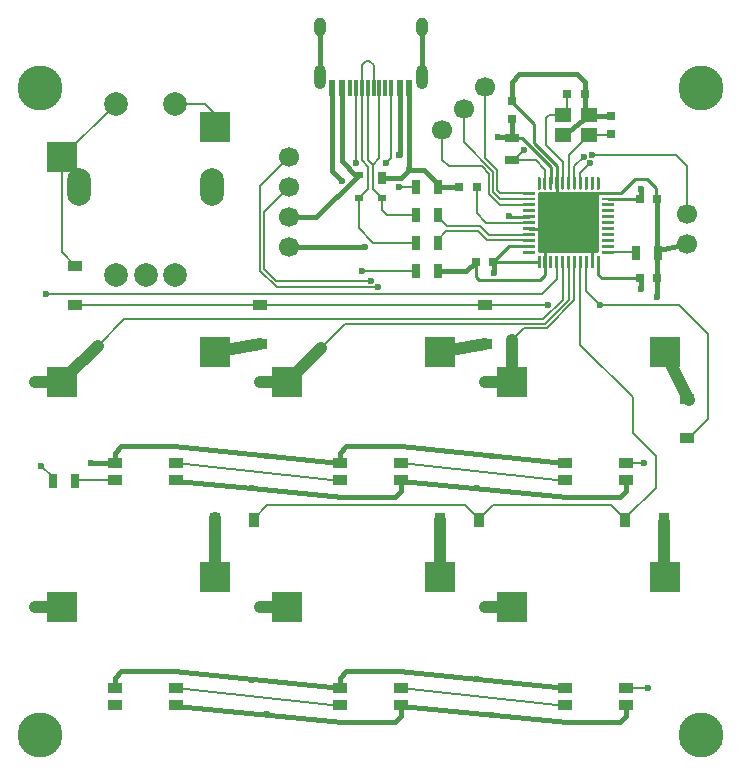
<source format=gbr>
G04 #@! TF.GenerationSoftware,KiCad,Pcbnew,(5.1.11)-1*
G04 #@! TF.CreationDate,2022-09-22T16:50:08+07:00*
G04 #@! TF.ProjectId,Satxri6key,53617478-7269-4366-9b65-792e6b696361,rev?*
G04 #@! TF.SameCoordinates,Original*
G04 #@! TF.FileFunction,Copper,L2,Bot*
G04 #@! TF.FilePolarity,Positive*
%FSLAX45Y45*%
G04 Gerber Fmt 4.5, Leading zero omitted, Abs format (unit mm)*
G04 Created by KiCad (PCBNEW (5.1.11)-1) date 2022-09-22 16:50:08*
%MOMM*%
%LPD*%
G01*
G04 APERTURE LIST*
G04 #@! TA.AperFunction,ComponentPad*
%ADD10C,1.700000*%
G04 #@! TD*
G04 #@! TA.AperFunction,ComponentPad*
%ADD11C,2.000000*%
G04 #@! TD*
G04 #@! TA.AperFunction,ComponentPad*
%ADD12O,2.000000X3.200000*%
G04 #@! TD*
G04 #@! TA.AperFunction,SMDPad,CuDef*
%ADD13R,2.550000X2.500000*%
G04 #@! TD*
G04 #@! TA.AperFunction,SMDPad,CuDef*
%ADD14R,1.200000X0.900000*%
G04 #@! TD*
G04 #@! TA.AperFunction,ComponentPad*
%ADD15C,3.800000*%
G04 #@! TD*
G04 #@! TA.AperFunction,SMDPad,CuDef*
%ADD16R,0.700000X1.300000*%
G04 #@! TD*
G04 #@! TA.AperFunction,SMDPad,CuDef*
%ADD17R,1.190000X0.900000*%
G04 #@! TD*
G04 #@! TA.AperFunction,SMDPad,CuDef*
%ADD18R,1.400000X1.200000*%
G04 #@! TD*
G04 #@! TA.AperFunction,ComponentPad*
%ADD19O,1.000000X1.600000*%
G04 #@! TD*
G04 #@! TA.AperFunction,ComponentPad*
%ADD20O,1.000000X2.100000*%
G04 #@! TD*
G04 #@! TA.AperFunction,SMDPad,CuDef*
%ADD21R,0.300000X1.450000*%
G04 #@! TD*
G04 #@! TA.AperFunction,SMDPad,CuDef*
%ADD22R,0.600000X1.450000*%
G04 #@! TD*
G04 #@! TA.AperFunction,ComponentPad*
%ADD23C,0.500000*%
G04 #@! TD*
G04 #@! TA.AperFunction,SMDPad,CuDef*
%ADD24R,0.700000X1.000000*%
G04 #@! TD*
G04 #@! TA.AperFunction,SMDPad,CuDef*
%ADD25R,0.700000X0.600000*%
G04 #@! TD*
G04 #@! TA.AperFunction,SMDPad,CuDef*
%ADD26R,1.300000X0.700000*%
G04 #@! TD*
G04 #@! TA.AperFunction,SMDPad,CuDef*
%ADD27R,0.900000X1.200000*%
G04 #@! TD*
G04 #@! TA.AperFunction,SMDPad,CuDef*
%ADD28R,0.750000X0.800000*%
G04 #@! TD*
G04 #@! TA.AperFunction,SMDPad,CuDef*
%ADD29R,0.800000X0.750000*%
G04 #@! TD*
G04 #@! TA.AperFunction,ViaPad*
%ADD30C,0.600000*%
G04 #@! TD*
G04 #@! TA.AperFunction,Conductor*
%ADD31C,0.400000*%
G04 #@! TD*
G04 #@! TA.AperFunction,Conductor*
%ADD32C,0.250000*%
G04 #@! TD*
G04 #@! TA.AperFunction,Conductor*
%ADD33C,0.200000*%
G04 #@! TD*
G04 #@! TA.AperFunction,Conductor*
%ADD34C,1.000000*%
G04 #@! TD*
G04 APERTURE END LIST*
D10*
X25981600Y-10039400D03*
X25981600Y-9785400D03*
X25981600Y-9531400D03*
X25981600Y-9277400D03*
D11*
X24515104Y-10275040D03*
X24765104Y-10275040D03*
X25015104Y-10275040D03*
D12*
X24205104Y-9525040D03*
X25325104Y-9525040D03*
D11*
X24515104Y-8825040D03*
X25015104Y-8825040D03*
D13*
X25349304Y-9017040D03*
X24056604Y-9271040D03*
D14*
X24169789Y-10523481D03*
X24169789Y-10193481D03*
D10*
X27457400Y-8864600D03*
X27277795Y-9044205D03*
X27637005Y-8684995D03*
D15*
X23872051Y-8691570D03*
X29467993Y-14168449D03*
X29467993Y-8691570D03*
X23872051Y-14168449D03*
D10*
X29349029Y-10009229D03*
X29349029Y-9755229D03*
D16*
X24167850Y-12014200D03*
X23977850Y-12014200D03*
D17*
X24505500Y-13768000D03*
X25024500Y-13918000D03*
X25024500Y-13768000D03*
X24505500Y-13918000D03*
X26410500Y-13768000D03*
X26929500Y-13918000D03*
X26929500Y-13768000D03*
X26410500Y-13918000D03*
X28315500Y-13918000D03*
X28834500Y-13768000D03*
X28834500Y-13918000D03*
X28315500Y-13768000D03*
D13*
X29159200Y-12827000D03*
X27866500Y-13081000D03*
X29159200Y-10922000D03*
X27866500Y-11176000D03*
X25961500Y-13081000D03*
X27254200Y-12827000D03*
X25961500Y-11176000D03*
X27254200Y-10922000D03*
X24056500Y-13081000D03*
X25349200Y-12827000D03*
X24056500Y-11176000D03*
X25349200Y-10922000D03*
D18*
X28519900Y-8919300D03*
X28299900Y-8919300D03*
X28299900Y-9089300D03*
X28519900Y-9089300D03*
D19*
X27102112Y-8177689D03*
X26238112Y-8177689D03*
D20*
X27102112Y-8595690D03*
X26238112Y-8595690D03*
D21*
X26645112Y-8687190D03*
X26695112Y-8687190D03*
X26745112Y-8687190D03*
X26595112Y-8687190D03*
X26795112Y-8687190D03*
X26545112Y-8687190D03*
X26845112Y-8687190D03*
X26495112Y-8687190D03*
D22*
X26425112Y-8687190D03*
X26915112Y-8687190D03*
X26347612Y-8687190D03*
X26992612Y-8687190D03*
G04 #@! TA.AperFunction,SMDPad,CuDef*
G36*
G01*
X28086400Y-10064800D02*
X28086400Y-9594800D01*
G75*
G02*
X28111400Y-9569800I25000J0D01*
G01*
X28581400Y-9569800D01*
G75*
G02*
X28606400Y-9594800I0J-25000D01*
G01*
X28606400Y-10064800D01*
G75*
G02*
X28581400Y-10089800I-25000J0D01*
G01*
X28111400Y-10089800D01*
G75*
G02*
X28086400Y-10064800I0J25000D01*
G01*
G37*
G04 #@! TD.AperFunction*
D23*
X28111400Y-10064800D03*
X28228900Y-10064800D03*
X28346400Y-10064800D03*
X28463900Y-10064800D03*
X28581400Y-10064800D03*
X28111400Y-9947300D03*
X28228900Y-9947300D03*
X28346400Y-9947300D03*
X28463900Y-9947300D03*
X28581400Y-9947300D03*
X28111400Y-9829800D03*
X28228900Y-9829800D03*
X28346400Y-9829800D03*
X28463900Y-9829800D03*
X28581400Y-9829800D03*
X28111400Y-9712300D03*
X28228900Y-9712300D03*
X28346400Y-9712300D03*
X28463900Y-9712300D03*
X28581400Y-9712300D03*
X28111400Y-9594800D03*
X28228900Y-9594800D03*
X28346400Y-9594800D03*
X28463900Y-9594800D03*
X28581400Y-9594800D03*
G04 #@! TA.AperFunction,SMDPad,CuDef*
G36*
G01*
X27958900Y-10086050D02*
X27958900Y-10073550D01*
G75*
G02*
X27965150Y-10067300I6250J0D01*
G01*
X28060150Y-10067300D01*
G75*
G02*
X28066400Y-10073550I0J-6250D01*
G01*
X28066400Y-10086050D01*
G75*
G02*
X28060150Y-10092300I-6250J0D01*
G01*
X27965150Y-10092300D01*
G75*
G02*
X27958900Y-10086050I0J6250D01*
G01*
G37*
G04 #@! TD.AperFunction*
G04 #@! TA.AperFunction,SMDPad,CuDef*
G36*
G01*
X27958900Y-10036050D02*
X27958900Y-10023550D01*
G75*
G02*
X27965150Y-10017300I6250J0D01*
G01*
X28060150Y-10017300D01*
G75*
G02*
X28066400Y-10023550I0J-6250D01*
G01*
X28066400Y-10036050D01*
G75*
G02*
X28060150Y-10042300I-6250J0D01*
G01*
X27965150Y-10042300D01*
G75*
G02*
X27958900Y-10036050I0J6250D01*
G01*
G37*
G04 #@! TD.AperFunction*
G04 #@! TA.AperFunction,SMDPad,CuDef*
G36*
G01*
X27958900Y-9986050D02*
X27958900Y-9973550D01*
G75*
G02*
X27965150Y-9967300I6250J0D01*
G01*
X28060150Y-9967300D01*
G75*
G02*
X28066400Y-9973550I0J-6250D01*
G01*
X28066400Y-9986050D01*
G75*
G02*
X28060150Y-9992300I-6250J0D01*
G01*
X27965150Y-9992300D01*
G75*
G02*
X27958900Y-9986050I0J6250D01*
G01*
G37*
G04 #@! TD.AperFunction*
G04 #@! TA.AperFunction,SMDPad,CuDef*
G36*
G01*
X27958900Y-9936050D02*
X27958900Y-9923550D01*
G75*
G02*
X27965150Y-9917300I6250J0D01*
G01*
X28060150Y-9917300D01*
G75*
G02*
X28066400Y-9923550I0J-6250D01*
G01*
X28066400Y-9936050D01*
G75*
G02*
X28060150Y-9942300I-6250J0D01*
G01*
X27965150Y-9942300D01*
G75*
G02*
X27958900Y-9936050I0J6250D01*
G01*
G37*
G04 #@! TD.AperFunction*
G04 #@! TA.AperFunction,SMDPad,CuDef*
G36*
G01*
X27958900Y-9886050D02*
X27958900Y-9873550D01*
G75*
G02*
X27965150Y-9867300I6250J0D01*
G01*
X28060150Y-9867300D01*
G75*
G02*
X28066400Y-9873550I0J-6250D01*
G01*
X28066400Y-9886050D01*
G75*
G02*
X28060150Y-9892300I-6250J0D01*
G01*
X27965150Y-9892300D01*
G75*
G02*
X27958900Y-9886050I0J6250D01*
G01*
G37*
G04 #@! TD.AperFunction*
G04 #@! TA.AperFunction,SMDPad,CuDef*
G36*
G01*
X27958900Y-9836050D02*
X27958900Y-9823550D01*
G75*
G02*
X27965150Y-9817300I6250J0D01*
G01*
X28060150Y-9817300D01*
G75*
G02*
X28066400Y-9823550I0J-6250D01*
G01*
X28066400Y-9836050D01*
G75*
G02*
X28060150Y-9842300I-6250J0D01*
G01*
X27965150Y-9842300D01*
G75*
G02*
X27958900Y-9836050I0J6250D01*
G01*
G37*
G04 #@! TD.AperFunction*
G04 #@! TA.AperFunction,SMDPad,CuDef*
G36*
G01*
X27958900Y-9786050D02*
X27958900Y-9773550D01*
G75*
G02*
X27965150Y-9767300I6250J0D01*
G01*
X28060150Y-9767300D01*
G75*
G02*
X28066400Y-9773550I0J-6250D01*
G01*
X28066400Y-9786050D01*
G75*
G02*
X28060150Y-9792300I-6250J0D01*
G01*
X27965150Y-9792300D01*
G75*
G02*
X27958900Y-9786050I0J6250D01*
G01*
G37*
G04 #@! TD.AperFunction*
G04 #@! TA.AperFunction,SMDPad,CuDef*
G36*
G01*
X27958900Y-9736050D02*
X27958900Y-9723550D01*
G75*
G02*
X27965150Y-9717300I6250J0D01*
G01*
X28060150Y-9717300D01*
G75*
G02*
X28066400Y-9723550I0J-6250D01*
G01*
X28066400Y-9736050D01*
G75*
G02*
X28060150Y-9742300I-6250J0D01*
G01*
X27965150Y-9742300D01*
G75*
G02*
X27958900Y-9736050I0J6250D01*
G01*
G37*
G04 #@! TD.AperFunction*
G04 #@! TA.AperFunction,SMDPad,CuDef*
G36*
G01*
X27958900Y-9686050D02*
X27958900Y-9673550D01*
G75*
G02*
X27965150Y-9667300I6250J0D01*
G01*
X28060150Y-9667300D01*
G75*
G02*
X28066400Y-9673550I0J-6250D01*
G01*
X28066400Y-9686050D01*
G75*
G02*
X28060150Y-9692300I-6250J0D01*
G01*
X27965150Y-9692300D01*
G75*
G02*
X27958900Y-9686050I0J6250D01*
G01*
G37*
G04 #@! TD.AperFunction*
G04 #@! TA.AperFunction,SMDPad,CuDef*
G36*
G01*
X27958900Y-9636050D02*
X27958900Y-9623550D01*
G75*
G02*
X27965150Y-9617300I6250J0D01*
G01*
X28060150Y-9617300D01*
G75*
G02*
X28066400Y-9623550I0J-6250D01*
G01*
X28066400Y-9636050D01*
G75*
G02*
X28060150Y-9642300I-6250J0D01*
G01*
X27965150Y-9642300D01*
G75*
G02*
X27958900Y-9636050I0J6250D01*
G01*
G37*
G04 #@! TD.AperFunction*
G04 #@! TA.AperFunction,SMDPad,CuDef*
G36*
G01*
X27958900Y-9586050D02*
X27958900Y-9573550D01*
G75*
G02*
X27965150Y-9567300I6250J0D01*
G01*
X28060150Y-9567300D01*
G75*
G02*
X28066400Y-9573550I0J-6250D01*
G01*
X28066400Y-9586050D01*
G75*
G02*
X28060150Y-9592300I-6250J0D01*
G01*
X27965150Y-9592300D01*
G75*
G02*
X27958900Y-9586050I0J6250D01*
G01*
G37*
G04 #@! TD.AperFunction*
G04 #@! TA.AperFunction,SMDPad,CuDef*
G36*
G01*
X28083900Y-9543550D02*
X28083900Y-9448550D01*
G75*
G02*
X28090150Y-9442300I6250J0D01*
G01*
X28102650Y-9442300D01*
G75*
G02*
X28108900Y-9448550I0J-6250D01*
G01*
X28108900Y-9543550D01*
G75*
G02*
X28102650Y-9549800I-6250J0D01*
G01*
X28090150Y-9549800D01*
G75*
G02*
X28083900Y-9543550I0J6250D01*
G01*
G37*
G04 #@! TD.AperFunction*
G04 #@! TA.AperFunction,SMDPad,CuDef*
G36*
G01*
X28133900Y-9543550D02*
X28133900Y-9448550D01*
G75*
G02*
X28140150Y-9442300I6250J0D01*
G01*
X28152650Y-9442300D01*
G75*
G02*
X28158900Y-9448550I0J-6250D01*
G01*
X28158900Y-9543550D01*
G75*
G02*
X28152650Y-9549800I-6250J0D01*
G01*
X28140150Y-9549800D01*
G75*
G02*
X28133900Y-9543550I0J6250D01*
G01*
G37*
G04 #@! TD.AperFunction*
G04 #@! TA.AperFunction,SMDPad,CuDef*
G36*
G01*
X28183900Y-9543550D02*
X28183900Y-9448550D01*
G75*
G02*
X28190150Y-9442300I6250J0D01*
G01*
X28202650Y-9442300D01*
G75*
G02*
X28208900Y-9448550I0J-6250D01*
G01*
X28208900Y-9543550D01*
G75*
G02*
X28202650Y-9549800I-6250J0D01*
G01*
X28190150Y-9549800D01*
G75*
G02*
X28183900Y-9543550I0J6250D01*
G01*
G37*
G04 #@! TD.AperFunction*
G04 #@! TA.AperFunction,SMDPad,CuDef*
G36*
G01*
X28233900Y-9543550D02*
X28233900Y-9448550D01*
G75*
G02*
X28240150Y-9442300I6250J0D01*
G01*
X28252650Y-9442300D01*
G75*
G02*
X28258900Y-9448550I0J-6250D01*
G01*
X28258900Y-9543550D01*
G75*
G02*
X28252650Y-9549800I-6250J0D01*
G01*
X28240150Y-9549800D01*
G75*
G02*
X28233900Y-9543550I0J6250D01*
G01*
G37*
G04 #@! TD.AperFunction*
G04 #@! TA.AperFunction,SMDPad,CuDef*
G36*
G01*
X28283900Y-9543550D02*
X28283900Y-9448550D01*
G75*
G02*
X28290150Y-9442300I6250J0D01*
G01*
X28302650Y-9442300D01*
G75*
G02*
X28308900Y-9448550I0J-6250D01*
G01*
X28308900Y-9543550D01*
G75*
G02*
X28302650Y-9549800I-6250J0D01*
G01*
X28290150Y-9549800D01*
G75*
G02*
X28283900Y-9543550I0J6250D01*
G01*
G37*
G04 #@! TD.AperFunction*
G04 #@! TA.AperFunction,SMDPad,CuDef*
G36*
G01*
X28333900Y-9543550D02*
X28333900Y-9448550D01*
G75*
G02*
X28340150Y-9442300I6250J0D01*
G01*
X28352650Y-9442300D01*
G75*
G02*
X28358900Y-9448550I0J-6250D01*
G01*
X28358900Y-9543550D01*
G75*
G02*
X28352650Y-9549800I-6250J0D01*
G01*
X28340150Y-9549800D01*
G75*
G02*
X28333900Y-9543550I0J6250D01*
G01*
G37*
G04 #@! TD.AperFunction*
G04 #@! TA.AperFunction,SMDPad,CuDef*
G36*
G01*
X28383900Y-9543550D02*
X28383900Y-9448550D01*
G75*
G02*
X28390150Y-9442300I6250J0D01*
G01*
X28402650Y-9442300D01*
G75*
G02*
X28408900Y-9448550I0J-6250D01*
G01*
X28408900Y-9543550D01*
G75*
G02*
X28402650Y-9549800I-6250J0D01*
G01*
X28390150Y-9549800D01*
G75*
G02*
X28383900Y-9543550I0J6250D01*
G01*
G37*
G04 #@! TD.AperFunction*
G04 #@! TA.AperFunction,SMDPad,CuDef*
G36*
G01*
X28433900Y-9543550D02*
X28433900Y-9448550D01*
G75*
G02*
X28440150Y-9442300I6250J0D01*
G01*
X28452650Y-9442300D01*
G75*
G02*
X28458900Y-9448550I0J-6250D01*
G01*
X28458900Y-9543550D01*
G75*
G02*
X28452650Y-9549800I-6250J0D01*
G01*
X28440150Y-9549800D01*
G75*
G02*
X28433900Y-9543550I0J6250D01*
G01*
G37*
G04 #@! TD.AperFunction*
G04 #@! TA.AperFunction,SMDPad,CuDef*
G36*
G01*
X28483900Y-9543550D02*
X28483900Y-9448550D01*
G75*
G02*
X28490150Y-9442300I6250J0D01*
G01*
X28502650Y-9442300D01*
G75*
G02*
X28508900Y-9448550I0J-6250D01*
G01*
X28508900Y-9543550D01*
G75*
G02*
X28502650Y-9549800I-6250J0D01*
G01*
X28490150Y-9549800D01*
G75*
G02*
X28483900Y-9543550I0J6250D01*
G01*
G37*
G04 #@! TD.AperFunction*
G04 #@! TA.AperFunction,SMDPad,CuDef*
G36*
G01*
X28533900Y-9543550D02*
X28533900Y-9448550D01*
G75*
G02*
X28540150Y-9442300I6250J0D01*
G01*
X28552650Y-9442300D01*
G75*
G02*
X28558900Y-9448550I0J-6250D01*
G01*
X28558900Y-9543550D01*
G75*
G02*
X28552650Y-9549800I-6250J0D01*
G01*
X28540150Y-9549800D01*
G75*
G02*
X28533900Y-9543550I0J6250D01*
G01*
G37*
G04 #@! TD.AperFunction*
G04 #@! TA.AperFunction,SMDPad,CuDef*
G36*
G01*
X28583900Y-9543550D02*
X28583900Y-9448550D01*
G75*
G02*
X28590150Y-9442300I6250J0D01*
G01*
X28602650Y-9442300D01*
G75*
G02*
X28608900Y-9448550I0J-6250D01*
G01*
X28608900Y-9543550D01*
G75*
G02*
X28602650Y-9549800I-6250J0D01*
G01*
X28590150Y-9549800D01*
G75*
G02*
X28583900Y-9543550I0J6250D01*
G01*
G37*
G04 #@! TD.AperFunction*
G04 #@! TA.AperFunction,SMDPad,CuDef*
G36*
G01*
X28626400Y-9586050D02*
X28626400Y-9573550D01*
G75*
G02*
X28632650Y-9567300I6250J0D01*
G01*
X28727650Y-9567300D01*
G75*
G02*
X28733900Y-9573550I0J-6250D01*
G01*
X28733900Y-9586050D01*
G75*
G02*
X28727650Y-9592300I-6250J0D01*
G01*
X28632650Y-9592300D01*
G75*
G02*
X28626400Y-9586050I0J6250D01*
G01*
G37*
G04 #@! TD.AperFunction*
G04 #@! TA.AperFunction,SMDPad,CuDef*
G36*
G01*
X28626400Y-9636050D02*
X28626400Y-9623550D01*
G75*
G02*
X28632650Y-9617300I6250J0D01*
G01*
X28727650Y-9617300D01*
G75*
G02*
X28733900Y-9623550I0J-6250D01*
G01*
X28733900Y-9636050D01*
G75*
G02*
X28727650Y-9642300I-6250J0D01*
G01*
X28632650Y-9642300D01*
G75*
G02*
X28626400Y-9636050I0J6250D01*
G01*
G37*
G04 #@! TD.AperFunction*
G04 #@! TA.AperFunction,SMDPad,CuDef*
G36*
G01*
X28626400Y-9686050D02*
X28626400Y-9673550D01*
G75*
G02*
X28632650Y-9667300I6250J0D01*
G01*
X28727650Y-9667300D01*
G75*
G02*
X28733900Y-9673550I0J-6250D01*
G01*
X28733900Y-9686050D01*
G75*
G02*
X28727650Y-9692300I-6250J0D01*
G01*
X28632650Y-9692300D01*
G75*
G02*
X28626400Y-9686050I0J6250D01*
G01*
G37*
G04 #@! TD.AperFunction*
G04 #@! TA.AperFunction,SMDPad,CuDef*
G36*
G01*
X28626400Y-9736050D02*
X28626400Y-9723550D01*
G75*
G02*
X28632650Y-9717300I6250J0D01*
G01*
X28727650Y-9717300D01*
G75*
G02*
X28733900Y-9723550I0J-6250D01*
G01*
X28733900Y-9736050D01*
G75*
G02*
X28727650Y-9742300I-6250J0D01*
G01*
X28632650Y-9742300D01*
G75*
G02*
X28626400Y-9736050I0J6250D01*
G01*
G37*
G04 #@! TD.AperFunction*
G04 #@! TA.AperFunction,SMDPad,CuDef*
G36*
G01*
X28626400Y-9786050D02*
X28626400Y-9773550D01*
G75*
G02*
X28632650Y-9767300I6250J0D01*
G01*
X28727650Y-9767300D01*
G75*
G02*
X28733900Y-9773550I0J-6250D01*
G01*
X28733900Y-9786050D01*
G75*
G02*
X28727650Y-9792300I-6250J0D01*
G01*
X28632650Y-9792300D01*
G75*
G02*
X28626400Y-9786050I0J6250D01*
G01*
G37*
G04 #@! TD.AperFunction*
G04 #@! TA.AperFunction,SMDPad,CuDef*
G36*
G01*
X28626400Y-9836050D02*
X28626400Y-9823550D01*
G75*
G02*
X28632650Y-9817300I6250J0D01*
G01*
X28727650Y-9817300D01*
G75*
G02*
X28733900Y-9823550I0J-6250D01*
G01*
X28733900Y-9836050D01*
G75*
G02*
X28727650Y-9842300I-6250J0D01*
G01*
X28632650Y-9842300D01*
G75*
G02*
X28626400Y-9836050I0J6250D01*
G01*
G37*
G04 #@! TD.AperFunction*
G04 #@! TA.AperFunction,SMDPad,CuDef*
G36*
G01*
X28626400Y-9886050D02*
X28626400Y-9873550D01*
G75*
G02*
X28632650Y-9867300I6250J0D01*
G01*
X28727650Y-9867300D01*
G75*
G02*
X28733900Y-9873550I0J-6250D01*
G01*
X28733900Y-9886050D01*
G75*
G02*
X28727650Y-9892300I-6250J0D01*
G01*
X28632650Y-9892300D01*
G75*
G02*
X28626400Y-9886050I0J6250D01*
G01*
G37*
G04 #@! TD.AperFunction*
G04 #@! TA.AperFunction,SMDPad,CuDef*
G36*
G01*
X28626400Y-9936050D02*
X28626400Y-9923550D01*
G75*
G02*
X28632650Y-9917300I6250J0D01*
G01*
X28727650Y-9917300D01*
G75*
G02*
X28733900Y-9923550I0J-6250D01*
G01*
X28733900Y-9936050D01*
G75*
G02*
X28727650Y-9942300I-6250J0D01*
G01*
X28632650Y-9942300D01*
G75*
G02*
X28626400Y-9936050I0J6250D01*
G01*
G37*
G04 #@! TD.AperFunction*
G04 #@! TA.AperFunction,SMDPad,CuDef*
G36*
G01*
X28626400Y-9986050D02*
X28626400Y-9973550D01*
G75*
G02*
X28632650Y-9967300I6250J0D01*
G01*
X28727650Y-9967300D01*
G75*
G02*
X28733900Y-9973550I0J-6250D01*
G01*
X28733900Y-9986050D01*
G75*
G02*
X28727650Y-9992300I-6250J0D01*
G01*
X28632650Y-9992300D01*
G75*
G02*
X28626400Y-9986050I0J6250D01*
G01*
G37*
G04 #@! TD.AperFunction*
G04 #@! TA.AperFunction,SMDPad,CuDef*
G36*
G01*
X28626400Y-10036050D02*
X28626400Y-10023550D01*
G75*
G02*
X28632650Y-10017300I6250J0D01*
G01*
X28727650Y-10017300D01*
G75*
G02*
X28733900Y-10023550I0J-6250D01*
G01*
X28733900Y-10036050D01*
G75*
G02*
X28727650Y-10042300I-6250J0D01*
G01*
X28632650Y-10042300D01*
G75*
G02*
X28626400Y-10036050I0J6250D01*
G01*
G37*
G04 #@! TD.AperFunction*
G04 #@! TA.AperFunction,SMDPad,CuDef*
G36*
G01*
X28626400Y-10086050D02*
X28626400Y-10073550D01*
G75*
G02*
X28632650Y-10067300I6250J0D01*
G01*
X28727650Y-10067300D01*
G75*
G02*
X28733900Y-10073550I0J-6250D01*
G01*
X28733900Y-10086050D01*
G75*
G02*
X28727650Y-10092300I-6250J0D01*
G01*
X28632650Y-10092300D01*
G75*
G02*
X28626400Y-10086050I0J6250D01*
G01*
G37*
G04 #@! TD.AperFunction*
G04 #@! TA.AperFunction,SMDPad,CuDef*
G36*
G01*
X28583900Y-10211050D02*
X28583900Y-10116050D01*
G75*
G02*
X28590150Y-10109800I6250J0D01*
G01*
X28602650Y-10109800D01*
G75*
G02*
X28608900Y-10116050I0J-6250D01*
G01*
X28608900Y-10211050D01*
G75*
G02*
X28602650Y-10217300I-6250J0D01*
G01*
X28590150Y-10217300D01*
G75*
G02*
X28583900Y-10211050I0J6250D01*
G01*
G37*
G04 #@! TD.AperFunction*
G04 #@! TA.AperFunction,SMDPad,CuDef*
G36*
G01*
X28533900Y-10211050D02*
X28533900Y-10116050D01*
G75*
G02*
X28540150Y-10109800I6250J0D01*
G01*
X28552650Y-10109800D01*
G75*
G02*
X28558900Y-10116050I0J-6250D01*
G01*
X28558900Y-10211050D01*
G75*
G02*
X28552650Y-10217300I-6250J0D01*
G01*
X28540150Y-10217300D01*
G75*
G02*
X28533900Y-10211050I0J6250D01*
G01*
G37*
G04 #@! TD.AperFunction*
G04 #@! TA.AperFunction,SMDPad,CuDef*
G36*
G01*
X28483900Y-10211050D02*
X28483900Y-10116050D01*
G75*
G02*
X28490150Y-10109800I6250J0D01*
G01*
X28502650Y-10109800D01*
G75*
G02*
X28508900Y-10116050I0J-6250D01*
G01*
X28508900Y-10211050D01*
G75*
G02*
X28502650Y-10217300I-6250J0D01*
G01*
X28490150Y-10217300D01*
G75*
G02*
X28483900Y-10211050I0J6250D01*
G01*
G37*
G04 #@! TD.AperFunction*
G04 #@! TA.AperFunction,SMDPad,CuDef*
G36*
G01*
X28433900Y-10211050D02*
X28433900Y-10116050D01*
G75*
G02*
X28440150Y-10109800I6250J0D01*
G01*
X28452650Y-10109800D01*
G75*
G02*
X28458900Y-10116050I0J-6250D01*
G01*
X28458900Y-10211050D01*
G75*
G02*
X28452650Y-10217300I-6250J0D01*
G01*
X28440150Y-10217300D01*
G75*
G02*
X28433900Y-10211050I0J6250D01*
G01*
G37*
G04 #@! TD.AperFunction*
G04 #@! TA.AperFunction,SMDPad,CuDef*
G36*
G01*
X28383900Y-10211050D02*
X28383900Y-10116050D01*
G75*
G02*
X28390150Y-10109800I6250J0D01*
G01*
X28402650Y-10109800D01*
G75*
G02*
X28408900Y-10116050I0J-6250D01*
G01*
X28408900Y-10211050D01*
G75*
G02*
X28402650Y-10217300I-6250J0D01*
G01*
X28390150Y-10217300D01*
G75*
G02*
X28383900Y-10211050I0J6250D01*
G01*
G37*
G04 #@! TD.AperFunction*
G04 #@! TA.AperFunction,SMDPad,CuDef*
G36*
G01*
X28333900Y-10211050D02*
X28333900Y-10116050D01*
G75*
G02*
X28340150Y-10109800I6250J0D01*
G01*
X28352650Y-10109800D01*
G75*
G02*
X28358900Y-10116050I0J-6250D01*
G01*
X28358900Y-10211050D01*
G75*
G02*
X28352650Y-10217300I-6250J0D01*
G01*
X28340150Y-10217300D01*
G75*
G02*
X28333900Y-10211050I0J6250D01*
G01*
G37*
G04 #@! TD.AperFunction*
G04 #@! TA.AperFunction,SMDPad,CuDef*
G36*
G01*
X28283900Y-10211050D02*
X28283900Y-10116050D01*
G75*
G02*
X28290150Y-10109800I6250J0D01*
G01*
X28302650Y-10109800D01*
G75*
G02*
X28308900Y-10116050I0J-6250D01*
G01*
X28308900Y-10211050D01*
G75*
G02*
X28302650Y-10217300I-6250J0D01*
G01*
X28290150Y-10217300D01*
G75*
G02*
X28283900Y-10211050I0J6250D01*
G01*
G37*
G04 #@! TD.AperFunction*
G04 #@! TA.AperFunction,SMDPad,CuDef*
G36*
G01*
X28233900Y-10211050D02*
X28233900Y-10116050D01*
G75*
G02*
X28240150Y-10109800I6250J0D01*
G01*
X28252650Y-10109800D01*
G75*
G02*
X28258900Y-10116050I0J-6250D01*
G01*
X28258900Y-10211050D01*
G75*
G02*
X28252650Y-10217300I-6250J0D01*
G01*
X28240150Y-10217300D01*
G75*
G02*
X28233900Y-10211050I0J6250D01*
G01*
G37*
G04 #@! TD.AperFunction*
G04 #@! TA.AperFunction,SMDPad,CuDef*
G36*
G01*
X28183900Y-10211050D02*
X28183900Y-10116050D01*
G75*
G02*
X28190150Y-10109800I6250J0D01*
G01*
X28202650Y-10109800D01*
G75*
G02*
X28208900Y-10116050I0J-6250D01*
G01*
X28208900Y-10211050D01*
G75*
G02*
X28202650Y-10217300I-6250J0D01*
G01*
X28190150Y-10217300D01*
G75*
G02*
X28183900Y-10211050I0J6250D01*
G01*
G37*
G04 #@! TD.AperFunction*
G04 #@! TA.AperFunction,SMDPad,CuDef*
G36*
G01*
X28133900Y-10211050D02*
X28133900Y-10116050D01*
G75*
G02*
X28140150Y-10109800I6250J0D01*
G01*
X28152650Y-10109800D01*
G75*
G02*
X28158900Y-10116050I0J-6250D01*
G01*
X28158900Y-10211050D01*
G75*
G02*
X28152650Y-10217300I-6250J0D01*
G01*
X28140150Y-10217300D01*
G75*
G02*
X28133900Y-10211050I0J6250D01*
G01*
G37*
G04 #@! TD.AperFunction*
G04 #@! TA.AperFunction,SMDPad,CuDef*
G36*
G01*
X28083900Y-10211050D02*
X28083900Y-10116050D01*
G75*
G02*
X28090150Y-10109800I6250J0D01*
G01*
X28102650Y-10109800D01*
G75*
G02*
X28108900Y-10116050I0J-6250D01*
G01*
X28108900Y-10211050D01*
G75*
G02*
X28102650Y-10217300I-6250J0D01*
G01*
X28090150Y-10217300D01*
G75*
G02*
X28083900Y-10211050I0J6250D01*
G01*
G37*
G04 #@! TD.AperFunction*
D24*
X26770000Y-9450000D03*
D25*
X26570000Y-9430000D03*
X26770000Y-9620000D03*
X26570000Y-9620000D03*
D17*
X28315500Y-11863000D03*
X28834500Y-12013000D03*
X28834500Y-11863000D03*
X28315500Y-12013000D03*
X26410500Y-11863000D03*
X26929500Y-12013000D03*
X26929500Y-11863000D03*
X26410500Y-12013000D03*
X24505500Y-11863000D03*
X25024500Y-12013000D03*
X25024500Y-11863000D03*
X24505500Y-12013000D03*
D16*
X29105000Y-10083800D03*
X28915000Y-10083800D03*
D26*
X27863800Y-9112500D03*
X27863800Y-9302500D03*
D16*
X27051250Y-10001250D03*
X27241250Y-10001250D03*
X27241250Y-9763125D03*
X27051250Y-9763125D03*
X27241250Y-9525000D03*
X27051250Y-9525000D03*
X27241250Y-10239375D03*
X27051250Y-10239375D03*
D27*
X28826840Y-12349480D03*
X29156840Y-12349480D03*
D14*
X29349029Y-11654579D03*
X29349029Y-11324579D03*
D27*
X27586840Y-12349480D03*
X27256840Y-12349480D03*
D14*
X27635200Y-10528400D03*
X27635200Y-10858400D03*
D27*
X25681840Y-12349480D03*
X25351840Y-12349480D03*
D14*
X25730200Y-10528400D03*
X25730200Y-10858400D03*
D28*
X27863800Y-8952300D03*
X27863800Y-8802300D03*
D29*
X27420500Y-9525000D03*
X27570500Y-9525000D03*
X28947700Y-10299700D03*
X29097700Y-10299700D03*
X28947700Y-9626600D03*
X29097700Y-9626600D03*
X28334900Y-8737600D03*
X28484900Y-8737600D03*
D28*
X28702000Y-8929300D03*
X28702000Y-9079300D03*
D29*
X27710200Y-10160000D03*
X27560200Y-10160000D03*
D30*
X25664960Y-13698690D03*
X25667269Y-12077131D03*
X27569960Y-13692340D03*
X27569960Y-12079440D03*
X26914520Y-9255080D03*
X27752040Y-9108440D03*
X28956000Y-10393680D03*
X28956000Y-9545320D03*
X27716480Y-10256520D03*
X27843480Y-9774560D03*
X27700440Y-13996200D03*
X27700440Y-11801640D03*
X25795440Y-11804180D03*
X25795440Y-13991120D03*
X26992500Y-9385380D03*
X26620745Y-10039625D03*
X26428288Y-9476328D03*
X29095700Y-10458920D03*
X24305083Y-11863000D03*
X26545000Y-9323800D03*
X26600785Y-10239375D03*
X26802080Y-9326880D03*
X26913840Y-9525000D03*
X27971750Y-9215760D03*
X28547231Y-9253086D03*
X28982600Y-11863000D03*
X29020700Y-13768000D03*
X28168600Y-10528300D03*
X28613100Y-10528300D03*
X23825200Y-11176000D03*
X23825200Y-13081000D03*
X25730200Y-11176000D03*
X25730200Y-13081000D03*
X27635200Y-11176000D03*
X27635200Y-13081000D03*
X26670000Y-10323200D03*
X28473400Y-9271000D03*
X26731103Y-10378440D03*
X28529635Y-9326240D03*
X23880440Y-11887200D03*
X23926170Y-10433680D03*
D31*
X26425541Y-12150741D02*
X25667269Y-12077131D01*
X26929500Y-12013000D02*
X26929500Y-12098945D01*
X26877704Y-12150741D02*
X26425541Y-12150741D01*
X26929500Y-12098945D02*
X26877704Y-12150741D01*
X25009459Y-13630259D02*
X26416000Y-13766800D01*
X24557296Y-13630259D02*
X25009459Y-13630259D01*
X24505500Y-13768000D02*
X24505500Y-13682055D01*
X24505500Y-13682055D02*
X24557296Y-13630259D01*
X26914459Y-13630259D02*
X28321000Y-13766800D01*
X26462296Y-13630259D02*
X26914459Y-13630259D01*
X26410500Y-13768000D02*
X26410500Y-13682055D01*
X26410500Y-13682055D02*
X26462296Y-13630259D01*
X25667269Y-12077131D02*
X25019000Y-12014200D01*
X28336891Y-12150741D02*
X26930350Y-12014200D01*
X28782704Y-12150741D02*
X28336891Y-12150741D01*
X28834500Y-12013000D02*
X28834500Y-12098945D01*
X28834500Y-12098945D02*
X28782704Y-12150741D01*
X27863800Y-8952300D02*
X27863800Y-9112500D01*
D32*
X27953800Y-9112500D02*
X27863800Y-9112500D01*
X28196400Y-9355100D02*
X27953800Y-9112500D01*
X28196400Y-9496050D02*
X28196400Y-9355100D01*
X28596400Y-10163550D02*
X28596400Y-10270300D01*
X28625800Y-10299700D02*
X28947700Y-10299700D01*
X28596400Y-10270300D02*
X28625800Y-10299700D01*
X27841600Y-10029800D02*
X27717750Y-10153650D01*
X28012650Y-10029800D02*
X27841600Y-10029800D01*
X28096400Y-10163550D02*
X27726900Y-10163550D01*
X28680150Y-9629800D02*
X28952850Y-9629800D01*
D31*
X26211255Y-9785625D02*
X26563320Y-9433560D01*
X25982625Y-9785625D02*
X26211255Y-9785625D01*
X27752040Y-9108440D02*
X27858720Y-9108440D01*
X28956000Y-10393680D02*
X28956000Y-10308000D01*
X28956000Y-9545320D02*
X28956000Y-9618300D01*
X27716480Y-10256520D02*
X27716480Y-10166280D01*
D32*
X28012650Y-9779800D02*
X27848720Y-9779800D01*
D31*
X26425000Y-9310480D02*
X26548080Y-9433560D01*
X26425112Y-9310368D02*
X26425000Y-9310480D01*
X26425112Y-8687190D02*
X26425112Y-9310368D01*
X26915112Y-9254488D02*
X26914520Y-9255080D01*
X26915112Y-8687190D02*
X26915112Y-9254488D01*
X25004379Y-11725259D02*
X26405840Y-11866880D01*
X24557296Y-11725259D02*
X25004379Y-11725259D01*
X24505500Y-11863000D02*
X24505500Y-11777055D01*
X24505500Y-11777055D02*
X24557296Y-11725259D01*
X26924619Y-11725259D02*
X28310840Y-11866880D01*
X26462296Y-11725259D02*
X26924619Y-11725259D01*
X26410500Y-11863000D02*
X26410500Y-11777055D01*
X26410500Y-11777055D02*
X26462296Y-11725259D01*
X28330541Y-14055741D02*
X26929080Y-13924280D01*
X28782704Y-14055741D02*
X28330541Y-14055741D01*
X28834500Y-13918000D02*
X28834500Y-14003945D01*
X28834500Y-14003945D02*
X28782704Y-14055741D01*
X26877704Y-14055741D02*
X26425541Y-14055741D01*
X26425541Y-14055741D02*
X25021540Y-13919200D01*
X26929500Y-13918000D02*
X26929500Y-14003945D01*
X26929500Y-14003945D02*
X26877704Y-14055741D01*
X29097700Y-9626600D02*
X29097700Y-10299700D01*
D32*
X28054300Y-8991600D02*
X27870150Y-8807450D01*
X28054300Y-9156091D02*
X28054300Y-8991600D01*
X28246400Y-9496050D02*
X28246400Y-9348191D01*
X28246400Y-9348191D02*
X28054300Y-9156091D01*
X28246400Y-9729800D02*
X28346400Y-9829800D01*
X28246400Y-9496050D02*
X28246400Y-9729800D01*
X28596400Y-9579800D02*
X28346400Y-9829800D01*
X28680150Y-9579800D02*
X28596400Y-9579800D01*
X28546400Y-10029800D02*
X28346400Y-9829800D01*
X28546400Y-10163550D02*
X28546400Y-10029800D01*
X28146400Y-10029800D02*
X28346400Y-9829800D01*
X28146400Y-10163550D02*
X28146400Y-10029800D01*
X28296400Y-9879800D02*
X28346400Y-9829800D01*
X28012650Y-9879800D02*
X28296400Y-9879800D01*
D31*
X28484900Y-8737600D02*
X28484900Y-8884300D01*
X28702000Y-8929300D02*
X28529900Y-8929300D01*
X28519900Y-8919300D02*
X28301950Y-9093200D01*
D32*
X27560200Y-10288200D02*
X27560200Y-10160000D01*
X28105100Y-10318750D02*
X27590750Y-10318750D01*
X28146400Y-10163550D02*
X28146400Y-10277450D01*
X27590750Y-10318750D02*
X27560200Y-10288200D01*
X28146400Y-10277450D02*
X28105100Y-10318750D01*
D31*
X26927880Y-9450000D02*
X26770000Y-9450000D01*
X26992500Y-9385380D02*
X26927880Y-9450000D01*
X26992500Y-9385380D02*
X26992500Y-9385380D01*
X25982625Y-10039625D02*
X26620745Y-10039625D01*
X26620745Y-10039625D02*
X26620745Y-10039625D01*
X26347500Y-9395540D02*
X26428288Y-9476328D01*
X27124740Y-9385380D02*
X27233880Y-9494520D01*
X26992500Y-9385380D02*
X27124740Y-9385380D01*
X27480825Y-10239375D02*
X27560200Y-10160000D01*
X27241250Y-10239375D02*
X27480825Y-10239375D01*
D32*
X29011880Y-9464040D02*
X29083000Y-9535160D01*
X28905200Y-9464040D02*
X29011880Y-9464040D01*
X28680150Y-9579800D02*
X28789440Y-9579800D01*
X29083000Y-9535160D02*
X29083000Y-9607550D01*
X28789440Y-9579800D02*
X28905200Y-9464040D01*
D31*
X29095700Y-10458920D02*
X29095700Y-10301700D01*
X27241250Y-9525000D02*
X27420500Y-9525000D01*
X26992612Y-9385268D02*
X26992500Y-9385380D01*
X26992612Y-8687190D02*
X26992612Y-9385268D01*
X26347612Y-9395428D02*
X26347612Y-8687190D01*
X26347500Y-9395540D02*
X26347612Y-9395428D01*
X26238112Y-8450690D02*
X26238112Y-8177689D01*
X26238112Y-8595690D02*
X26238112Y-8450690D01*
X27102112Y-8595690D02*
X27102112Y-8177689D01*
X29349029Y-10009229D02*
X29110903Y-10060824D01*
X27863800Y-8802300D02*
X27863800Y-8636000D01*
X28484900Y-8638279D02*
X28484900Y-8737600D01*
X28419157Y-8572536D02*
X28484900Y-8638279D01*
X27927264Y-8572536D02*
X28419157Y-8572536D01*
X27863800Y-8636000D02*
X27927264Y-8572536D01*
X24505500Y-11863000D02*
X24305083Y-11863000D01*
D33*
X28519900Y-9089300D02*
X28698100Y-9089300D01*
X28346400Y-9496050D02*
X28346400Y-9260840D01*
X28346400Y-9260840D02*
X28517940Y-9089300D01*
X28177400Y-8919300D02*
X28299900Y-8919300D01*
X28155900Y-8940800D02*
X28177400Y-8919300D01*
X28155900Y-9175750D02*
X28155900Y-8940800D01*
X28296400Y-9496050D02*
X28296400Y-9316250D01*
X28296400Y-9316250D02*
X28155900Y-9175750D01*
X28334900Y-8737600D02*
X28334900Y-8884300D01*
X27570500Y-9752400D02*
X27570500Y-9525000D01*
X28012650Y-9829800D02*
X27647900Y-9829800D01*
X27647900Y-9829800D02*
X27570500Y-9752400D01*
D34*
X25349200Y-10922000D02*
X25730200Y-10858500D01*
X25349200Y-12827000D02*
X25349200Y-12334240D01*
X27254200Y-10922000D02*
X27635200Y-10858500D01*
X27256840Y-12349480D02*
X27256840Y-12824360D01*
X29362400Y-11328400D02*
X29170435Y-10953796D01*
D33*
X29159200Y-12827000D02*
X29159200Y-12682000D01*
X29159200Y-12682000D02*
X29156840Y-12679640D01*
D34*
X29156840Y-12801600D02*
X29156840Y-12364401D01*
D33*
X26545000Y-9323800D02*
X26545000Y-9323800D01*
X27051250Y-10239375D02*
X26600785Y-10239375D01*
X26600785Y-10239375D02*
X26600785Y-10239375D01*
X26545112Y-9323688D02*
X26545000Y-9323800D01*
X26545112Y-8687190D02*
X26545112Y-9323688D01*
X26845000Y-9283960D02*
X26802080Y-9326880D01*
X27051250Y-9525000D02*
X26913840Y-9525000D01*
X26913840Y-9525000D02*
X26913840Y-9525000D01*
X26845112Y-9283848D02*
X26845000Y-9283960D01*
X26845112Y-8687190D02*
X26845112Y-9283848D01*
X28012650Y-9929800D02*
X28010150Y-9932300D01*
X27670460Y-9932300D02*
X27597847Y-9859688D01*
X28010150Y-9932300D02*
X27670460Y-9932300D01*
X27597847Y-9859688D02*
X27314567Y-9859688D01*
X27314567Y-9859688D02*
X27241250Y-9786370D01*
X27051250Y-9763125D02*
X26806525Y-9763125D01*
X26770000Y-9726600D02*
X26770000Y-9620000D01*
X26806525Y-9763125D02*
X26770000Y-9726600D01*
X26687461Y-9340223D02*
X26687461Y-9542461D01*
X26687461Y-9542461D02*
X26758900Y-9613900D01*
X26645000Y-9297762D02*
X26687461Y-9340223D01*
X26645112Y-9297650D02*
X26645112Y-8687190D01*
X26645000Y-9297762D02*
X26645112Y-9297650D01*
X26745112Y-8735662D02*
X26745000Y-8735774D01*
X26745112Y-9282572D02*
X26745112Y-8687190D01*
X26687461Y-9340223D02*
X26745112Y-9282572D01*
X28010150Y-9977300D02*
X27651820Y-9977300D01*
X27579207Y-9904688D02*
X27311392Y-9904688D01*
X27311392Y-9904688D02*
X27241250Y-9974830D01*
X28012650Y-9979800D02*
X28010150Y-9977300D01*
X27651820Y-9977300D02*
X27579207Y-9904688D01*
X26694130Y-10001250D02*
X27051250Y-10001250D01*
X26570000Y-9620000D02*
X26570000Y-9877120D01*
X26570000Y-9877120D02*
X26694130Y-10001250D01*
X26652220Y-9354820D02*
X26652220Y-9542780D01*
X26652220Y-9542780D02*
X26581100Y-9613900D01*
X26595000Y-9297600D02*
X26652220Y-9354820D01*
X26630403Y-8460499D02*
X26659597Y-8460499D01*
X26659597Y-8460499D02*
X26695000Y-8495901D01*
X26595000Y-8495901D02*
X26630403Y-8460499D01*
X26595112Y-8616599D02*
X26595112Y-8687190D01*
X26595000Y-8616487D02*
X26595112Y-8616599D01*
X26595000Y-8495901D02*
X26595000Y-8616487D01*
X26695112Y-8607292D02*
X26695112Y-8687190D01*
X26695000Y-8607180D02*
X26695112Y-8607292D01*
X26695000Y-8495901D02*
X26695000Y-8607180D01*
X26595112Y-8766599D02*
X26595112Y-8687190D01*
X26595000Y-8766711D02*
X26595112Y-8766599D01*
X26595000Y-9297600D02*
X26595000Y-8766711D01*
X28146400Y-9382150D02*
X28146400Y-9496050D01*
X27863800Y-9302500D02*
X28066750Y-9302500D01*
X28066750Y-9302500D02*
X28146400Y-9382150D01*
X27885010Y-9302500D02*
X27971750Y-9215760D01*
X29255670Y-9253086D02*
X28547231Y-9253086D01*
X29349029Y-9346446D02*
X29255670Y-9253086D01*
X29349029Y-9346446D02*
X29349029Y-9755229D01*
X28680150Y-10079800D02*
X28909200Y-10079800D01*
X25024500Y-11863000D02*
X26416000Y-12014200D01*
X26929500Y-11863000D02*
X28321000Y-12014200D01*
X28834500Y-11863000D02*
X28982600Y-11863000D01*
X28982600Y-11863000D02*
X28982600Y-11863000D01*
X28834500Y-13768000D02*
X29020700Y-13768000D01*
X29020700Y-13768000D02*
X29020700Y-13768000D01*
X26929500Y-13768000D02*
X28321000Y-13919200D01*
X25024500Y-13768000D02*
X26416000Y-13919200D01*
X25730200Y-10528400D02*
X27635200Y-10528400D01*
X27635200Y-10528400D02*
X28168500Y-10528400D01*
X28168500Y-10528400D02*
X28168600Y-10528300D01*
X28496400Y-10163550D02*
X28496400Y-10411600D01*
X28496400Y-10411600D02*
X28613100Y-10528300D01*
X28613100Y-10528300D02*
X28613100Y-10528300D01*
X28613200Y-10528400D02*
X28613100Y-10528300D01*
X29527624Y-10775202D02*
X29280822Y-10528400D01*
X29362624Y-11654579D02*
X29527624Y-11489579D01*
X29280822Y-10528400D02*
X28613200Y-10528400D01*
X29527624Y-11489579D02*
X29527624Y-10775202D01*
X25730200Y-10528400D02*
X24180700Y-10528400D01*
X27472640Y-12222480D02*
X27564080Y-12313920D01*
X25796240Y-12222480D02*
X27472640Y-12222480D01*
X25681840Y-12336880D02*
X25796240Y-12222480D01*
X28707080Y-12222480D02*
X28829000Y-12344400D01*
X27586840Y-12341960D02*
X27706320Y-12222480D01*
X27706320Y-12222480D02*
X28707080Y-12222480D01*
X29083000Y-12077700D02*
X28835350Y-12325350D01*
X28446400Y-10863250D02*
X28892500Y-11309350D01*
X29083000Y-11804650D02*
X29083000Y-12077700D01*
X28446400Y-10163550D02*
X28446400Y-10863250D01*
X28892500Y-11309350D02*
X28892500Y-11614150D01*
X28892500Y-11614150D02*
X29083000Y-11804650D01*
D34*
X24056500Y-11176000D02*
X23825200Y-11176000D01*
X24056500Y-13081000D02*
X23825200Y-13081000D01*
X24358600Y-10871200D02*
X24098250Y-11131550D01*
D33*
X24580850Y-10648950D02*
X24358600Y-10871200D01*
X28130500Y-10648950D02*
X24580850Y-10648950D01*
X28296400Y-10163550D02*
X28296400Y-10483050D01*
X28296400Y-10483050D02*
X28130500Y-10648950D01*
D34*
X25961500Y-11176000D02*
X25730200Y-11176000D01*
D33*
X25730200Y-11176000D02*
X25730200Y-11176000D01*
D34*
X25961500Y-13081000D02*
X25730200Y-13081000D01*
D33*
X28145097Y-10684191D02*
X26456959Y-10684191D01*
X28346400Y-10163550D02*
X28346400Y-10482888D01*
X28346400Y-10482888D02*
X28145097Y-10684191D01*
D34*
X26254075Y-10887075D02*
X26003250Y-11137900D01*
D33*
X26456959Y-10684191D02*
X26254075Y-10887075D01*
D34*
X27866500Y-11176000D02*
X27635200Y-11176000D01*
D33*
X27635200Y-11176000D02*
X27635200Y-11176000D01*
D34*
X27866500Y-13081000D02*
X27635200Y-13081000D01*
D33*
X28396400Y-10482727D02*
X28159695Y-10719432D01*
X28396400Y-10163550D02*
X28396400Y-10482727D01*
X28159695Y-10719432D02*
X27971118Y-10719432D01*
D34*
X27866500Y-10824050D02*
X27866500Y-11176000D01*
D33*
X27971118Y-10719432D02*
X27866500Y-10824050D01*
X24505500Y-12013000D02*
X24185950Y-12013000D01*
X28396400Y-9348000D02*
X28396400Y-9496050D01*
X28473400Y-9271000D02*
X28396400Y-9348000D01*
X25873388Y-10323200D02*
X26627574Y-10323200D01*
X26627574Y-10323200D02*
X26670000Y-10323200D01*
X25771791Y-9742459D02*
X25771791Y-10221603D01*
X25982625Y-9531625D02*
X25771791Y-9742459D01*
X25771791Y-10221603D02*
X25873388Y-10323200D01*
X28446400Y-9409475D02*
X28446400Y-9496050D01*
X28529635Y-9326240D02*
X28446400Y-9409475D01*
X25878790Y-10378440D02*
X26731103Y-10378440D01*
X25736550Y-10236200D02*
X25878790Y-10378440D01*
X25982625Y-9277625D02*
X25736550Y-9523700D01*
X25736550Y-9523700D02*
X25736550Y-10236200D01*
X23926170Y-10433680D02*
X28123520Y-10433680D01*
X28246400Y-10310800D02*
X28123520Y-10433680D01*
X28246400Y-10163550D02*
X28246400Y-10310800D01*
X23977850Y-12014200D02*
X23977850Y-11984610D01*
X23977850Y-11984610D02*
X23880440Y-11887200D01*
X27277795Y-9299282D02*
X27277795Y-9044205D01*
X27332063Y-9353550D02*
X27277795Y-9299282D01*
X27673300Y-9584690D02*
X27673300Y-9417050D01*
X27768410Y-9679800D02*
X27673300Y-9584690D01*
X27673300Y-9417050D02*
X27609800Y-9353550D01*
X28012650Y-9679800D02*
X27768410Y-9679800D01*
X27609800Y-9353550D02*
X27332063Y-9353550D01*
X27768248Y-9629800D02*
X27708541Y-9570092D01*
X27708541Y-9402453D02*
X27457400Y-9151312D01*
X27457400Y-9151312D02*
X27457400Y-8984808D01*
X28012650Y-9629800D02*
X27768248Y-9629800D01*
X27708541Y-9570092D02*
X27708541Y-9402453D01*
X27457400Y-8984808D02*
X27457400Y-8864600D01*
X27743782Y-9387855D02*
X27637005Y-9281079D01*
X27637005Y-9281079D02*
X27637005Y-8684995D01*
X28012650Y-9579800D02*
X27770010Y-9579800D01*
X27743782Y-9553572D02*
X27743782Y-9387855D01*
X27770010Y-9579800D02*
X27743782Y-9553572D01*
X25265190Y-8825040D02*
X25015104Y-8825040D01*
X25349304Y-8909154D02*
X25265190Y-8825040D01*
X24056604Y-10080296D02*
X24169789Y-10193481D01*
X24056604Y-9271040D02*
X24056604Y-10080296D01*
X24056604Y-9271040D02*
X24515104Y-8825040D01*
M02*

</source>
